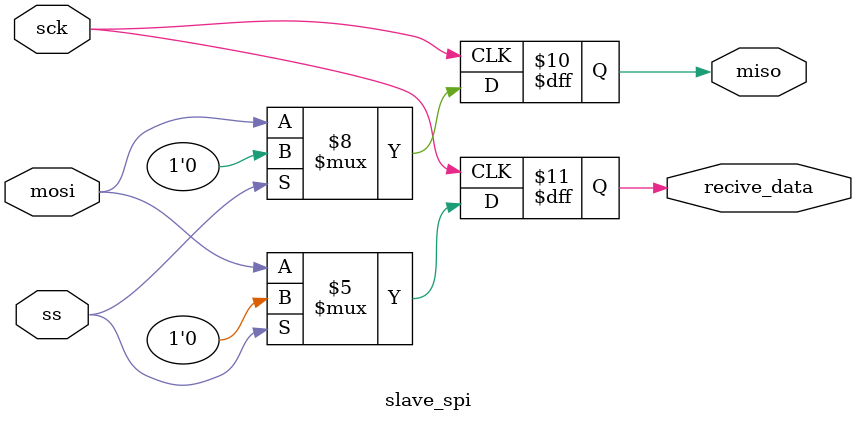
<source format=v>
`timescale 1ns / 1ps


module slave_spi(
	input      		sck,
    output      reg	miso=1'b0,
    input  			mosi,
    input      		ss,//低电平有效
	
	output		reg	recive_data=1'b0
);

always@(posedge sck)
if(ss)
begin
	miso<=1'b0;
	recive_data<=1'b0;
end
else
begin
	miso<=mosi;
	recive_data<=mosi;
end
endmodule

</source>
